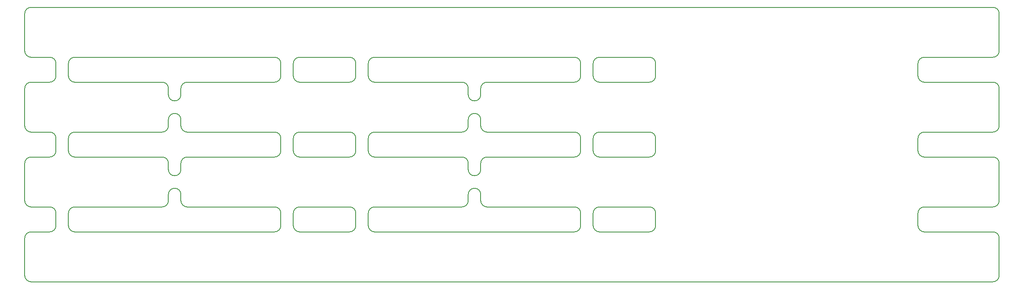
<source format=gm1>
%TF.GenerationSoftware,KiCad,Pcbnew,4.0.6-e0-6349~53~ubuntu16.04.1*%
%TF.CreationDate,2017-04-03T00:48:41+05:30*%
%TF.ProjectId,ultim_bus,756C74696D5F6275732E6B696361645F,rev?*%
%TF.FileFunction,Profile,NP*%
%FSLAX46Y46*%
G04 Gerber Fmt 4.6, Leading zero omitted, Abs format (unit mm)*
G04 Created by KiCad (PCBNEW 4.0.6-e0-6349~53~ubuntu16.04.1) date Mon Apr  3 00:48:41 2017*
%MOMM*%
%LPD*%
G01*
G04 APERTURE LIST*
%ADD10C,0.101600*%
%ADD11C,0.150000*%
G04 APERTURE END LIST*
D10*
D11*
X226060000Y-26670000D02*
G75*
G03X224790000Y-25400000I-1270000J0D01*
G01*
X224790000Y-81280000D02*
G75*
G03X226060000Y-80010000I0J1270000D01*
G01*
X27940000Y-80010000D02*
G75*
G03X29210000Y-81280000I1270000J0D01*
G01*
X29210000Y-25400000D02*
G75*
G03X27940000Y-26670000I0J-1270000D01*
G01*
X226060000Y-41910000D02*
G75*
G03X224790000Y-40640000I-1270000J0D01*
G01*
X226060000Y-57150000D02*
G75*
G03X224790000Y-55880000I-1270000J0D01*
G01*
X226060000Y-72390000D02*
G75*
G03X224790000Y-71120000I-1270000J0D01*
G01*
X29210000Y-40640000D02*
G75*
G03X27940000Y-41910000I0J-1270000D01*
G01*
X29210000Y-55880000D02*
G75*
G03X27940000Y-57150000I0J-1270000D01*
G01*
X29210000Y-71120000D02*
G75*
G03X27940000Y-72390000I0J-1270000D01*
G01*
X154940000Y-71120000D02*
X144780000Y-71120000D01*
X156210000Y-67310000D02*
X156210000Y-69850000D01*
X144780000Y-66040000D02*
X154940000Y-66040000D01*
X154940000Y-71120000D02*
G75*
G03X156210000Y-69850000I0J1270000D01*
G01*
X156210000Y-67310000D02*
G75*
G03X154940000Y-66040000I-1270000J0D01*
G01*
X154940000Y-55880000D02*
X144780000Y-55880000D01*
X156210000Y-52070000D02*
X156210000Y-54610000D01*
X144780000Y-50800000D02*
X154940000Y-50800000D01*
X154940000Y-55880000D02*
G75*
G03X156210000Y-54610000I0J1270000D01*
G01*
X156210000Y-52070000D02*
G75*
G03X154940000Y-50800000I-1270000J0D01*
G01*
X154940000Y-40640000D02*
X144780000Y-40640000D01*
X156210000Y-36830000D02*
X156210000Y-39370000D01*
X144780000Y-35560000D02*
X154940000Y-35560000D01*
X154940000Y-40640000D02*
G75*
G03X156210000Y-39370000I0J1270000D01*
G01*
X156210000Y-36830000D02*
G75*
G03X154940000Y-35560000I-1270000J0D01*
G01*
X143510000Y-67310000D02*
X143510000Y-69850000D01*
X143510000Y-52070000D02*
X143510000Y-54610000D01*
X143510000Y-69850000D02*
G75*
G03X144780000Y-71120000I1270000J0D01*
G01*
X144780000Y-66040000D02*
G75*
G03X143510000Y-67310000I0J-1270000D01*
G01*
X143510000Y-54610000D02*
G75*
G03X144780000Y-55880000I1270000J0D01*
G01*
X144780000Y-50800000D02*
G75*
G03X143510000Y-52070000I0J-1270000D01*
G01*
X143510000Y-39370000D02*
G75*
G03X144780000Y-40640000I1270000J0D01*
G01*
X144780000Y-35560000D02*
G75*
G03X143510000Y-36830000I0J-1270000D01*
G01*
X143510000Y-36830000D02*
X143510000Y-39370000D01*
X93980000Y-71120000D02*
G75*
G03X95250000Y-69850000I0J1270000D01*
G01*
X95250000Y-67310000D02*
G75*
G03X93980000Y-66040000I-1270000J0D01*
G01*
X82550000Y-69850000D02*
G75*
G03X83820000Y-71120000I1270000J0D01*
G01*
X83820000Y-66040000D02*
G75*
G03X82550000Y-67310000I0J-1270000D01*
G01*
X95250000Y-67310000D02*
X95250000Y-69850000D01*
X82550000Y-69850000D02*
X82550000Y-67310000D01*
X93980000Y-71120000D02*
X83820000Y-71120000D01*
X83820000Y-66040000D02*
X93980000Y-66040000D01*
X83820000Y-50800000D02*
X93980000Y-50800000D01*
X82550000Y-54610000D02*
X82550000Y-52070000D01*
X93980000Y-55880000D02*
X83820000Y-55880000D01*
X95250000Y-52070000D02*
X95250000Y-54610000D01*
X93980000Y-55880000D02*
G75*
G03X95250000Y-54610000I0J1270000D01*
G01*
X95250000Y-52070000D02*
G75*
G03X93980000Y-50800000I-1270000J0D01*
G01*
X82550000Y-54610000D02*
G75*
G03X83820000Y-55880000I1270000J0D01*
G01*
X83820000Y-50800000D02*
G75*
G03X82550000Y-52070000I0J-1270000D01*
G01*
X93980000Y-40640000D02*
G75*
G03X95250000Y-39370000I0J1270000D01*
G01*
X95250000Y-36830000D02*
G75*
G03X93980000Y-35560000I-1270000J0D01*
G01*
X82550000Y-39370000D02*
G75*
G03X83820000Y-40640000I1270000J0D01*
G01*
X83820000Y-35560000D02*
G75*
G03X82550000Y-36830000I0J-1270000D01*
G01*
X82550000Y-39370000D02*
X82550000Y-36830000D01*
X93980000Y-40640000D02*
X83820000Y-40640000D01*
X95250000Y-36830000D02*
X95250000Y-39370000D01*
X83820000Y-35560000D02*
X93980000Y-35560000D01*
X36830000Y-52070000D02*
X36830000Y-54610000D01*
X38100000Y-50800000D02*
G75*
G03X36830000Y-52070000I0J-1270000D01*
G01*
X36830000Y-54610000D02*
G75*
G03X38100000Y-55880000I1270000J0D01*
G01*
X34290000Y-52070000D02*
G75*
G03X33020000Y-50800000I-1270000J0D01*
G01*
X34290000Y-52070000D02*
X34290000Y-54610000D01*
X33020000Y-55880000D02*
G75*
G03X34290000Y-54610000I0J1270000D01*
G01*
X36830000Y-67310000D02*
X36830000Y-69850000D01*
X38100000Y-66040000D02*
G75*
G03X36830000Y-67310000I0J-1270000D01*
G01*
X36830000Y-69850000D02*
G75*
G03X38100000Y-71120000I1270000J0D01*
G01*
X34290000Y-67310000D02*
G75*
G03X33020000Y-66040000I-1270000J0D01*
G01*
X34290000Y-67310000D02*
X34290000Y-69850000D01*
X33020000Y-71120000D02*
G75*
G03X34290000Y-69850000I0J1270000D01*
G01*
X97790000Y-67310000D02*
X97790000Y-69850000D01*
X99060000Y-66040000D02*
G75*
G03X97790000Y-67310000I0J-1270000D01*
G01*
X97790000Y-69850000D02*
G75*
G03X99060000Y-71120000I1270000J0D01*
G01*
X80010000Y-67310000D02*
G75*
G03X78740000Y-66040000I-1270000J0D01*
G01*
X80010000Y-67310000D02*
X80010000Y-69850000D01*
X78740000Y-71120000D02*
G75*
G03X80010000Y-69850000I0J1270000D01*
G01*
X97790000Y-52070000D02*
X97790000Y-54610000D01*
X99060000Y-50800000D02*
G75*
G03X97790000Y-52070000I0J-1270000D01*
G01*
X97790000Y-54610000D02*
G75*
G03X99060000Y-55880000I1270000J0D01*
G01*
X80010000Y-52070000D02*
G75*
G03X78740000Y-50800000I-1270000J0D01*
G01*
X80010000Y-52070000D02*
X80010000Y-54610000D01*
X78740000Y-55880000D02*
G75*
G03X80010000Y-54610000I0J1270000D01*
G01*
X140970000Y-52070000D02*
G75*
G03X139700000Y-50800000I-1270000J0D01*
G01*
X140970000Y-52070000D02*
X140970000Y-54610000D01*
X139700000Y-55880000D02*
G75*
G03X140970000Y-54610000I0J1270000D01*
G01*
X140970000Y-67310000D02*
G75*
G03X139700000Y-66040000I-1270000J0D01*
G01*
X140970000Y-67310000D02*
X140970000Y-69850000D01*
X139700000Y-71120000D02*
G75*
G03X140970000Y-69850000I0J1270000D01*
G01*
X209550000Y-67310000D02*
X209550000Y-69850000D01*
X210820000Y-66040000D02*
G75*
G03X209550000Y-67310000I0J-1270000D01*
G01*
X209550000Y-69850000D02*
G75*
G03X210820000Y-71120000I1270000J0D01*
G01*
X209550000Y-52070000D02*
X209550000Y-54610000D01*
X210820000Y-50800000D02*
G75*
G03X209550000Y-52070000I0J-1270000D01*
G01*
X209550000Y-54610000D02*
G75*
G03X210820000Y-55880000I1270000J0D01*
G01*
X209550000Y-39370000D02*
G75*
G03X210820000Y-40640000I1270000J0D01*
G01*
X209550000Y-36830000D02*
X209550000Y-39370000D01*
X140970000Y-39370000D02*
X140970000Y-36830000D01*
X139700000Y-40640000D02*
G75*
G03X140970000Y-39370000I0J1270000D01*
G01*
X97790000Y-36830000D02*
X97790000Y-39370000D01*
X80010000Y-39370000D02*
X80010000Y-36830000D01*
X97790000Y-39370000D02*
G75*
G03X99060000Y-40640000I1270000J0D01*
G01*
X78740000Y-40640000D02*
G75*
G03X80010000Y-39370000I0J1270000D01*
G01*
X36830000Y-36830000D02*
X36830000Y-39370000D01*
X34290000Y-39370000D02*
X34290000Y-36830000D01*
X36830000Y-39370000D02*
G75*
G03X38100000Y-40640000I1270000J0D01*
G01*
X33020000Y-40640000D02*
G75*
G03X34290000Y-39370000I0J1270000D01*
G01*
X60960000Y-66040000D02*
X78740000Y-66040000D01*
X55880000Y-66040000D02*
X38100000Y-66040000D01*
X116840000Y-66040000D02*
X99060000Y-66040000D01*
X139700000Y-66040000D02*
X121920000Y-66040000D01*
X226060000Y-64770000D02*
X226060000Y-57150000D01*
X118110000Y-58420000D02*
G75*
G03X120650000Y-58420000I1270000J0D01*
G01*
X120650000Y-57150000D02*
X120650000Y-58420000D01*
X118110000Y-57150000D02*
X118110000Y-58420000D01*
X116840000Y-66040000D02*
G75*
G03X118110000Y-64770000I0J1270000D01*
G01*
X120650000Y-64770000D02*
G75*
G03X121920000Y-66040000I1270000J0D01*
G01*
X120650000Y-63500000D02*
X120650000Y-64770000D01*
X118110000Y-63500000D02*
X118110000Y-64770000D01*
X120650000Y-63499999D02*
G75*
G03X118110000Y-63500001I-1270000J-1D01*
G01*
X55880000Y-66040000D02*
G75*
G03X57150000Y-64770000I0J1270000D01*
G01*
X57150000Y-63500000D02*
X57150000Y-64770000D01*
X59690000Y-63500000D02*
X59690000Y-64770000D01*
X59690000Y-64770000D02*
G75*
G03X60960000Y-66040000I1270000J0D01*
G01*
X59690000Y-63499999D02*
G75*
G03X57150000Y-63500001I-1270000J-1D01*
G01*
X57150000Y-58420000D02*
G75*
G03X59690000Y-58420000I1270000J0D01*
G01*
X59690000Y-57150000D02*
X59690000Y-58420000D01*
X57150000Y-57150000D02*
X57150000Y-58420000D01*
X27940000Y-57150000D02*
X27940000Y-64770000D01*
X121920000Y-55880000D02*
X139700000Y-55880000D01*
X139700000Y-50800000D02*
X121920000Y-50800000D01*
X121920000Y-40640000D02*
X139700000Y-40640000D01*
X78740000Y-55880000D02*
X60960000Y-55880000D01*
X60960000Y-50800000D02*
X78740000Y-50800000D01*
X60960000Y-40640000D02*
X78740000Y-40640000D01*
X55880000Y-50800000D02*
G75*
G03X57150000Y-49530000I0J1270000D01*
G01*
X59690000Y-49530000D02*
G75*
G03X60960000Y-50800000I1270000J0D01*
G01*
X57150000Y-57150000D02*
G75*
G03X55880000Y-55880000I-1270000J0D01*
G01*
X60960000Y-55880000D02*
G75*
G03X59690000Y-57150000I0J-1270000D01*
G01*
X33020000Y-55880000D02*
X29210000Y-55880000D01*
X38100000Y-55880000D02*
X55880000Y-55880000D01*
X55880000Y-50800000D02*
X38100000Y-50800000D01*
X27940000Y-49530000D02*
G75*
G03X29210000Y-50800000I1270000J0D01*
G01*
X29210000Y-50800000D02*
X33020000Y-50800000D01*
X121920000Y-55880000D02*
G75*
G03X120650000Y-57150000I0J-1270000D01*
G01*
X118110000Y-57150000D02*
G75*
G03X116840000Y-55880000I-1270000J0D01*
G01*
X99060000Y-55880000D02*
X116840000Y-55880000D01*
X224790000Y-50800000D02*
G75*
G03X226060000Y-49530000I0J1270000D01*
G01*
X210820000Y-50800000D02*
X224790000Y-50800000D01*
X210820000Y-55880000D02*
X224790000Y-55880000D01*
X116840000Y-50800000D02*
X99060000Y-50800000D01*
X38100000Y-40640000D02*
X55880000Y-40640000D01*
X140970000Y-36830000D02*
G75*
G03X139700000Y-35560000I-1270000J0D01*
G01*
X120650000Y-48259999D02*
G75*
G03X118110000Y-48260001I-1270000J-1D01*
G01*
X118110000Y-48260000D02*
X118110000Y-49530000D01*
X120650000Y-48260000D02*
X120650000Y-49530000D01*
X120650000Y-49530000D02*
G75*
G03X121920000Y-50800000I1270000J0D01*
G01*
X116840000Y-50800000D02*
G75*
G03X118110000Y-49530000I0J1270000D01*
G01*
X118110000Y-43180000D02*
G75*
G03X120650000Y-43180000I1270000J0D01*
G01*
X121920000Y-40640000D02*
G75*
G03X120650000Y-41910000I0J-1270000D01*
G01*
X118110000Y-41910000D02*
X118110000Y-43180000D01*
X120650000Y-41910000D02*
X120650000Y-43180000D01*
X118110000Y-41910000D02*
G75*
G03X116840000Y-40640000I-1270000J0D01*
G01*
X59690000Y-41910000D02*
X59690000Y-43180000D01*
X57150000Y-41910000D02*
X57150000Y-43180000D01*
X59690000Y-48260000D02*
X59690000Y-49530000D01*
X57150000Y-48260000D02*
X57150000Y-49530000D01*
X60960000Y-40640000D02*
G75*
G03X59690000Y-41910000I0J-1270000D01*
G01*
X57150000Y-41910000D02*
G75*
G03X55880000Y-40640000I-1270000J0D01*
G01*
X59690000Y-48259999D02*
G75*
G03X57150000Y-48260001I-1270000J-1D01*
G01*
X57150000Y-43180000D02*
G75*
G03X59690000Y-43180000I1270000J0D01*
G01*
X33020000Y-71120000D02*
X29210000Y-71120000D01*
X29210000Y-66040000D02*
X33020000Y-66040000D01*
X38100000Y-35560000D02*
G75*
G03X36830000Y-36830000I0J-1270000D01*
G01*
X34290000Y-36830000D02*
G75*
G03X33020000Y-35560000I-1270000J0D01*
G01*
X33020000Y-40640000D02*
X29210000Y-40640000D01*
X29210000Y-35560000D02*
X33020000Y-35560000D01*
X80010000Y-36830000D02*
G75*
G03X78740000Y-35560000I-1270000J0D01*
G01*
X99060000Y-35560000D02*
G75*
G03X97790000Y-36830000I0J-1270000D01*
G01*
X210820000Y-35560000D02*
G75*
G03X209550000Y-36830000I0J-1270000D01*
G01*
X27940000Y-72390000D02*
X27940000Y-80010000D01*
X224790000Y-25400000D02*
X29210000Y-25400000D01*
X226060000Y-72390000D02*
X226060000Y-80010000D01*
X224790000Y-66040000D02*
G75*
G03X226060000Y-64770000I0J1270000D01*
G01*
X226060000Y-26670000D02*
X226060000Y-34290000D01*
X224790000Y-35560000D02*
G75*
G03X226060000Y-34290000I0J1270000D01*
G01*
X27940000Y-26670000D02*
X27940000Y-34290000D01*
X27940000Y-34290000D02*
G75*
G03X29210000Y-35560000I1270000J0D01*
G01*
X27940000Y-64770000D02*
G75*
G03X29210000Y-66040000I1270000J0D01*
G01*
X210820000Y-40640000D02*
X224790000Y-40640000D01*
X99060000Y-40640000D02*
X116840000Y-40640000D01*
X210820000Y-66040000D02*
X224790000Y-66040000D01*
X224790000Y-81280000D02*
X29210000Y-81280000D01*
X78740000Y-35560000D02*
X38100000Y-35560000D01*
X139700000Y-35560000D02*
X99060000Y-35560000D01*
X210820000Y-35560000D02*
X224790000Y-35560000D01*
X210820000Y-71120000D02*
X224790000Y-71120000D01*
X99060000Y-71120000D02*
X139700000Y-71120000D01*
X38100000Y-71120000D02*
X78740000Y-71120000D01*
X27940000Y-41910000D02*
X27940000Y-49530000D01*
X226060000Y-49530000D02*
X226060000Y-41910000D01*
M02*

</source>
